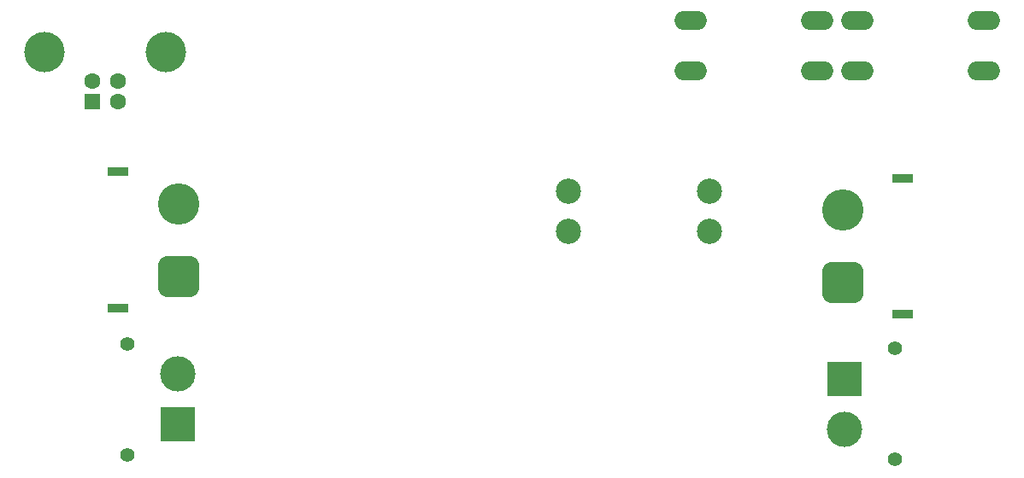
<source format=gbr>
%TF.GenerationSoftware,KiCad,Pcbnew,8.0.3*%
%TF.CreationDate,2024-08-31T13:36:08+09:00*%
%TF.ProjectId,Altair_Remote_Emergency_Stop_V1,416c7461-6972-45f5-9265-6d6f74655f45,rev?*%
%TF.SameCoordinates,Original*%
%TF.FileFunction,Soldermask,Bot*%
%TF.FilePolarity,Negative*%
%FSLAX46Y46*%
G04 Gerber Fmt 4.6, Leading zero omitted, Abs format (unit mm)*
G04 Created by KiCad (PCBNEW 8.0.3) date 2024-08-31 13:36:08*
%MOMM*%
%LPD*%
G01*
G04 APERTURE LIST*
G04 Aperture macros list*
%AMRoundRect*
0 Rectangle with rounded corners*
0 $1 Rounding radius*
0 $2 $3 $4 $5 $6 $7 $8 $9 X,Y pos of 4 corners*
0 Add a 4 corners polygon primitive as box body*
4,1,4,$2,$3,$4,$5,$6,$7,$8,$9,$2,$3,0*
0 Add four circle primitives for the rounded corners*
1,1,$1+$1,$2,$3*
1,1,$1+$1,$4,$5*
1,1,$1+$1,$6,$7*
1,1,$1+$1,$8,$9*
0 Add four rect primitives between the rounded corners*
20,1,$1+$1,$2,$3,$4,$5,0*
20,1,$1+$1,$4,$5,$6,$7,0*
20,1,$1+$1,$6,$7,$8,$9,0*
20,1,$1+$1,$8,$9,$2,$3,0*%
G04 Aperture macros list end*
%ADD10R,1.600000X1.600000*%
%ADD11C,1.600000*%
%ADD12C,4.000000*%
%ADD13R,2.000000X0.900000*%
%ADD14RoundRect,1.025000X-1.025000X1.025000X-1.025000X-1.025000X1.025000X-1.025000X1.025000X1.025000X0*%
%ADD15C,4.100000*%
%ADD16C,1.400000*%
%ADD17R,3.500000X3.500000*%
%ADD18C,3.500000*%
%ADD19O,3.200000X1.900000*%
%ADD20RoundRect,1.025000X1.025000X-1.025000X1.025000X1.025000X-1.025000X1.025000X-1.025000X-1.025000X0*%
%ADD21C,2.500000*%
G04 APERTURE END LIST*
D10*
%TO.C,J1*%
X109240000Y-96322500D03*
D11*
X111740000Y-96322500D03*
X111740000Y-94322500D03*
X109240000Y-94322500D03*
D12*
X104490000Y-91462500D03*
X116490000Y-91462500D03*
%TD*%
D13*
%TO.C,J2*%
X189515000Y-103950000D03*
X189515000Y-117450000D03*
D14*
X183515000Y-114300000D03*
D15*
X183515000Y-107100000D03*
%TD*%
D16*
%TO.C,J4*%
X112695000Y-131400000D03*
X112695000Y-120400000D03*
D17*
X117695000Y-128400000D03*
D18*
X117695000Y-123400000D03*
%TD*%
D19*
%TO.C,SW1*%
X180975000Y-93345000D03*
X168475000Y-93345000D03*
X180975000Y-88345000D03*
X168475000Y-88345000D03*
%TD*%
D16*
%TO.C,J5*%
X188715000Y-120865000D03*
X188715000Y-131865000D03*
D17*
X183715000Y-123865000D03*
D18*
X183715000Y-128865000D03*
%TD*%
D13*
%TO.C,J3*%
X111760000Y-116840000D03*
X111760000Y-103340000D03*
D20*
X117760000Y-113690000D03*
D15*
X117760000Y-106490000D03*
%TD*%
D21*
%TO.C,U5*%
X156380000Y-105240000D03*
X156380000Y-109240000D03*
X170380000Y-105240000D03*
X170380000Y-109240000D03*
%TD*%
D19*
%TO.C,SW2*%
X184985000Y-88345000D03*
X197485000Y-88345000D03*
X184985000Y-93345000D03*
X197485000Y-93345000D03*
%TD*%
M02*

</source>
